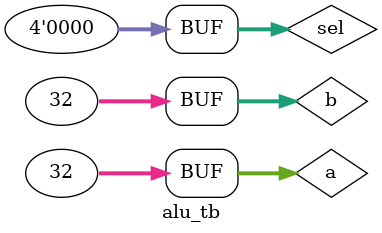
<source format=v>
module alu (
  input [31:0] a, b,
  input [3:0] sel,
  output reg [31:0] result,
  output reg carryout
);

always @(*) begin
  case (sel)
    0: result = a + b; // Addition
    1: result = a - b; // Subtraction
    2: result = a & b; // AND
    3: result = a | b; // OR
    4: result = a ^ b; // XOR
    5: result = ~a; // NOT
    6: result = a << b; // Left shift
    7: result = a >> b; // Right shift
    8: result = a * b; // Multiplication
    9: result = a / b; // Division
    default: result = 0; // Invalid operation
  endcase
end

always @(*) begin
  if (result[31]) begin
    carryout = 1;
  end else begin
    carryout = 0;
  end
end

endmodule

module alu_tb;

reg [31:0] a, b;
reg [3:0] sel;
wire [31:0] result;
wire carryout;

alu dut (a, b, sel, result, carryout);

initial begin
end

always #10 begin
  a = 32;
  b = 32;
  sel = 0;
  #10;
end

endmodule

</source>
